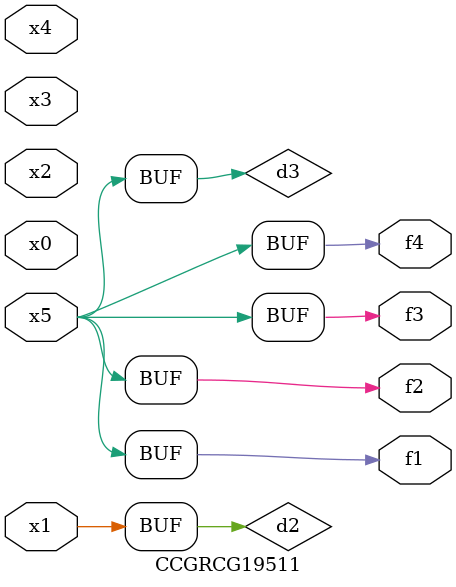
<source format=v>
module CCGRCG19511(
	input x0, x1, x2, x3, x4, x5,
	output f1, f2, f3, f4
);

	wire d1, d2, d3;

	not (d1, x5);
	or (d2, x1);
	xnor (d3, d1);
	assign f1 = d3;
	assign f2 = d3;
	assign f3 = d3;
	assign f4 = d3;
endmodule

</source>
